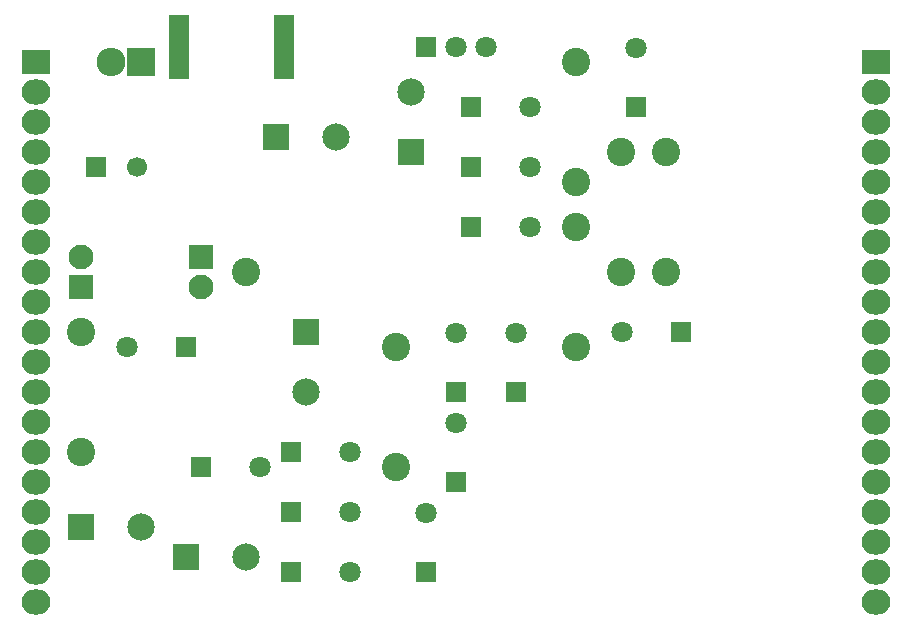
<source format=gbr>
G04 #@! TF.FileFunction,Soldermask,Bot*
%FSLAX46Y46*%
G04 Gerber Fmt 4.6, Leading zero omitted, Abs format (unit mm)*
G04 Created by KiCad (PCBNEW 4.0.4+e1-6308~48~ubuntu16.04.1-stable) date Tue Sep  6 14:03:07 2016*
%MOMM*%
%LPD*%
G01*
G04 APERTURE LIST*
%ADD10C,0.100000*%
%ADD11C,1.700000*%
%ADD12R,1.700000X1.700000*%
%ADD13R,1.800000X1.800000*%
%ADD14C,1.800000*%
%ADD15C,2.099260*%
%ADD16R,2.099260X2.099260*%
%ADD17R,2.305000X2.305000*%
%ADD18C,2.305000*%
%ADD19R,2.432000X2.432000*%
%ADD20O,2.432000X2.432000*%
%ADD21C,2.398980*%
%ADD22R,1.797000X1.797000*%
%ADD23C,1.797000*%
%ADD24C,2.400000*%
%ADD25R,1.670000X5.480000*%
%ADD26R,2.432000X2.127200*%
%ADD27O,2.432000X2.127200*%
G04 APERTURE END LIST*
D10*
D11*
X55570000Y-96520000D03*
D12*
X52070000Y-96520000D03*
D13*
X60960000Y-121920000D03*
D14*
X65960000Y-121920000D03*
D13*
X68580000Y-125730000D03*
D14*
X73580000Y-125730000D03*
D13*
X80010000Y-130810000D03*
D14*
X80010000Y-125810000D03*
D13*
X82550000Y-123190000D03*
D14*
X82550000Y-118190000D03*
D13*
X59690000Y-111760000D03*
D14*
X54690000Y-111760000D03*
D13*
X68580000Y-130810000D03*
D14*
X73580000Y-130810000D03*
D13*
X82550000Y-115570000D03*
D14*
X82550000Y-110570000D03*
D13*
X68580000Y-120650000D03*
D14*
X73580000Y-120650000D03*
D13*
X87630000Y-115570000D03*
D14*
X87630000Y-110570000D03*
D13*
X83820000Y-101600000D03*
D14*
X88820000Y-101600000D03*
D13*
X83820000Y-96520000D03*
D14*
X88820000Y-96520000D03*
D13*
X83820000Y-91440000D03*
D14*
X88820000Y-91440000D03*
D13*
X97790000Y-91440000D03*
D14*
X97790000Y-86440000D03*
D13*
X101600000Y-110490000D03*
D14*
X96600000Y-110490000D03*
D15*
X50799480Y-104142540D03*
D16*
X60959480Y-104142540D03*
D15*
X60960520Y-106677460D03*
D16*
X50800520Y-106677460D03*
D17*
X50800000Y-127000000D03*
D18*
X55880000Y-127000000D03*
D17*
X59690000Y-129540000D03*
D18*
X64770000Y-129540000D03*
D17*
X67310000Y-93980000D03*
D18*
X72390000Y-93980000D03*
D17*
X69850000Y-110490000D03*
D18*
X69850000Y-115570000D03*
D17*
X78740000Y-95250000D03*
D18*
X78740000Y-90170000D03*
D19*
X55880000Y-87630000D03*
D20*
X53340000Y-87630000D03*
D21*
X77470000Y-121920000D03*
X77470000Y-111760000D03*
X50800000Y-120650000D03*
X50800000Y-110490000D03*
X92710000Y-87630000D03*
X92710000Y-97790000D03*
X92710000Y-111760000D03*
X92710000Y-101600000D03*
X96520000Y-105410000D03*
X96520000Y-95250000D03*
X100330000Y-105410000D03*
X100330000Y-95250000D03*
D22*
X80010000Y-86360000D03*
D23*
X82550000Y-86360000D03*
X85090000Y-86360000D03*
D24*
X64770000Y-105410000D03*
D25*
X59055000Y-86360000D03*
X67945000Y-86360000D03*
D26*
X118110000Y-87630000D03*
D27*
X118110000Y-90170000D03*
X118110000Y-92710000D03*
X118110000Y-95250000D03*
X118110000Y-97790000D03*
X118110000Y-100330000D03*
X118110000Y-102870000D03*
X118110000Y-105410000D03*
X118110000Y-107950000D03*
X118110000Y-110490000D03*
X118110000Y-113030000D03*
X118110000Y-115570000D03*
X118110000Y-118110000D03*
X118110000Y-120650000D03*
X118110000Y-123190000D03*
X118110000Y-125730000D03*
X118110000Y-128270000D03*
X118110000Y-130810000D03*
X118110000Y-133350000D03*
D26*
X46990000Y-87630000D03*
D27*
X46990000Y-90170000D03*
X46990000Y-92710000D03*
X46990000Y-95250000D03*
X46990000Y-97790000D03*
X46990000Y-100330000D03*
X46990000Y-102870000D03*
X46990000Y-105410000D03*
X46990000Y-107950000D03*
X46990000Y-110490000D03*
X46990000Y-113030000D03*
X46990000Y-115570000D03*
X46990000Y-118110000D03*
X46990000Y-120650000D03*
X46990000Y-123190000D03*
X46990000Y-125730000D03*
X46990000Y-128270000D03*
X46990000Y-130810000D03*
X46990000Y-133350000D03*
M02*

</source>
